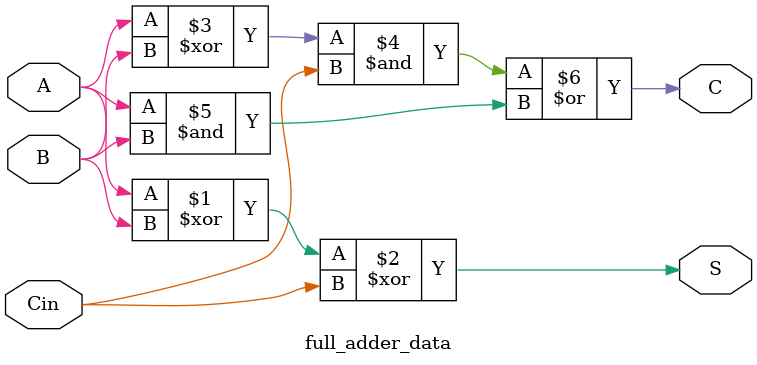
<source format=v>
module full_adder_data(A, B, Cin, S, C);
  input A, B, Cin;
  output S, C;
  
  assign S = (A ^ B) ^ Cin;
  assign C = ((A ^ B) & Cin) | (A & B);
endmodule


</source>
